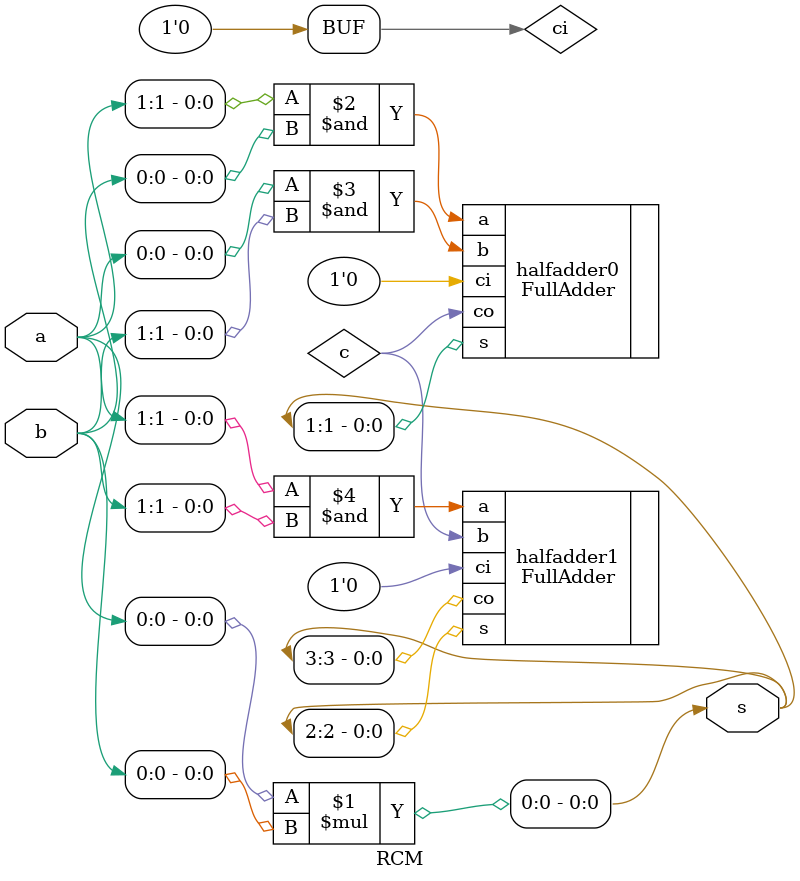
<source format=v>
`timescale 1ns / 1ps

module RCM(
    input [1:0] a,
    input [1:0] b,
    output [3:0] s
);

assign s[0] =  a[0]*b[0];
wire    c;
wire    ci;
assign  ci = 0;

FullAdder halfadder0(
    .a(a[1]&b[0]),
    .b(a[0]&b[1]),
    .ci(ci),
    .co(c),
    .s(s[1])
);

FullAdder halfadder1(
    .a(a[1]&b[1]),
    .b(c),
    .ci(ci),
    .co(s[3]),
    .s(s[2])
);

endmodule
</source>
